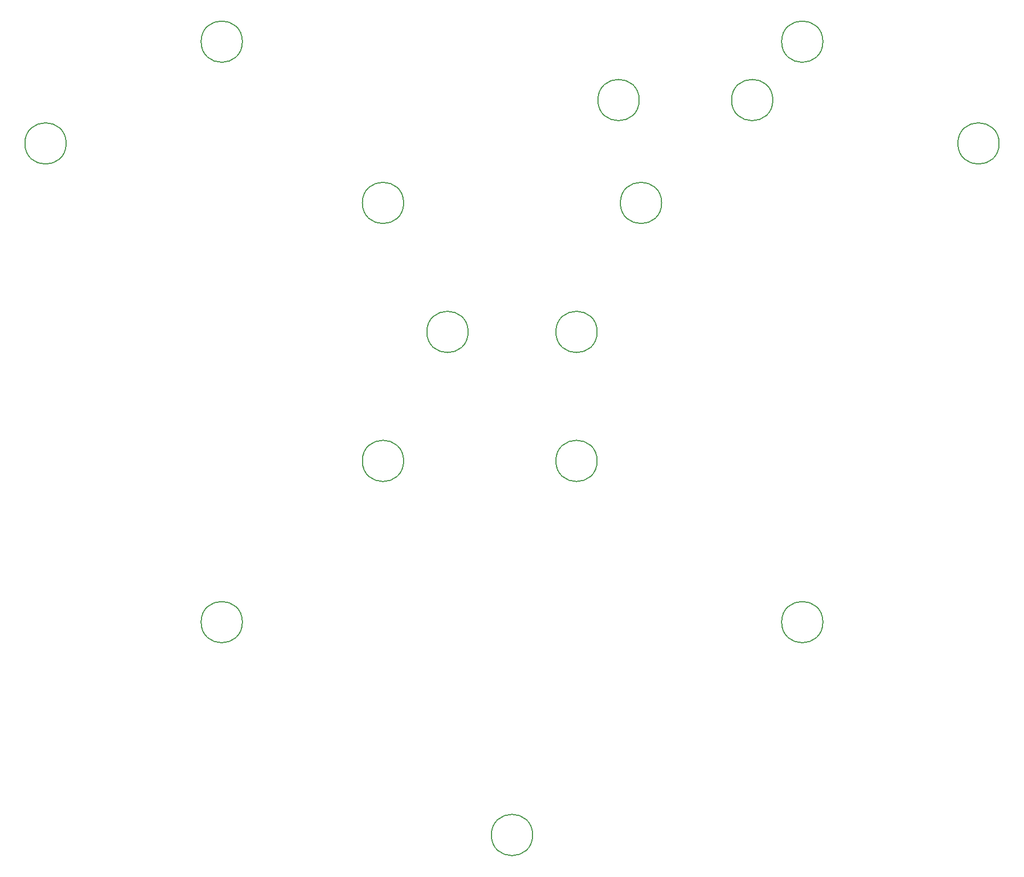
<source format=gbr>
%TF.GenerationSoftware,KiCad,Pcbnew,8.0.3*%
%TF.CreationDate,2024-06-18T01:51:01+08:00*%
%TF.ProjectId,imu-rounded,696d752d-726f-4756-9e64-65642e6b6963,rev?*%
%TF.SameCoordinates,Original*%
%TF.FileFunction,Other,Comment*%
%FSLAX46Y46*%
G04 Gerber Fmt 4.6, Leading zero omitted, Abs format (unit mm)*
G04 Created by KiCad (PCBNEW 8.0.3) date 2024-06-18 01:51:01*
%MOMM*%
%LPD*%
G01*
G04 APERTURE LIST*
%ADD10C,0.150000*%
G04 APERTURE END LIST*
D10*
%TO.C,H12*%
X113200000Y-120000000D02*
G75*
G02*
X106800000Y-120000000I-3200000J0D01*
G01*
X106800000Y-120000000D02*
G75*
G02*
X113200000Y-120000000I3200000J0D01*
G01*
%TO.C,H13*%
X83200000Y-120000000D02*
G75*
G02*
X76800000Y-120000000I-3200000J0D01*
G01*
X76800000Y-120000000D02*
G75*
G02*
X83200000Y-120000000I3200000J0D01*
G01*
%TO.C,H5*%
X30879659Y-70780686D02*
G75*
G02*
X24479659Y-70780686I-3200000J0D01*
G01*
X24479659Y-70780686D02*
G75*
G02*
X30879659Y-70780686I3200000J0D01*
G01*
%TO.C,H7*%
X103200000Y-178000000D02*
G75*
G02*
X96800000Y-178000000I-3200000J0D01*
G01*
X96800000Y-178000000D02*
G75*
G02*
X103200000Y-178000000I3200000J0D01*
G01*
%TO.C,H4*%
X148200000Y-145000000D02*
G75*
G02*
X141800000Y-145000000I-3200000J0D01*
G01*
X141800000Y-145000000D02*
G75*
G02*
X148200000Y-145000000I3200000J0D01*
G01*
%TO.C,H6*%
X175520341Y-70780686D02*
G75*
G02*
X169120341Y-70780686I-3200000J0D01*
G01*
X169120341Y-70780686D02*
G75*
G02*
X175520341Y-70780686I3200000J0D01*
G01*
%TO.C,H2*%
X148200000Y-55000000D02*
G75*
G02*
X141800000Y-55000000I-3200000J0D01*
G01*
X141800000Y-55000000D02*
G75*
G02*
X148200000Y-55000000I3200000J0D01*
G01*
%TO.C,H15*%
X123200000Y-80000000D02*
G75*
G02*
X116800000Y-80000000I-3200000J0D01*
G01*
X116800000Y-80000000D02*
G75*
G02*
X123200000Y-80000000I3200000J0D01*
G01*
%TO.C,H10*%
X119716715Y-64049803D02*
G75*
G02*
X113316715Y-64049803I-3200000J0D01*
G01*
X113316715Y-64049803D02*
G75*
G02*
X119716715Y-64049803I3200000J0D01*
G01*
%TO.C,H3*%
X58200000Y-145000000D02*
G75*
G02*
X51800000Y-145000000I-3200000J0D01*
G01*
X51800000Y-145000000D02*
G75*
G02*
X58200000Y-145000000I3200000J0D01*
G01*
%TO.C,H8*%
X93200000Y-100000000D02*
G75*
G02*
X86800000Y-100000000I-3200000J0D01*
G01*
X86800000Y-100000000D02*
G75*
G02*
X93200000Y-100000000I3200000J0D01*
G01*
%TO.C,H11*%
X140436715Y-64049803D02*
G75*
G02*
X134036715Y-64049803I-3200000J0D01*
G01*
X134036715Y-64049803D02*
G75*
G02*
X140436715Y-64049803I3200000J0D01*
G01*
%TO.C,H1*%
X58200000Y-55000000D02*
G75*
G02*
X51800000Y-55000000I-3200000J0D01*
G01*
X51800000Y-55000000D02*
G75*
G02*
X58200000Y-55000000I3200000J0D01*
G01*
%TO.C,H14*%
X83200000Y-80000000D02*
G75*
G02*
X76800000Y-80000000I-3200000J0D01*
G01*
X76800000Y-80000000D02*
G75*
G02*
X83200000Y-80000000I3200000J0D01*
G01*
%TO.C,H9*%
X113200000Y-100000000D02*
G75*
G02*
X106800000Y-100000000I-3200000J0D01*
G01*
X106800000Y-100000000D02*
G75*
G02*
X113200000Y-100000000I3200000J0D01*
G01*
%TD*%
M02*

</source>
